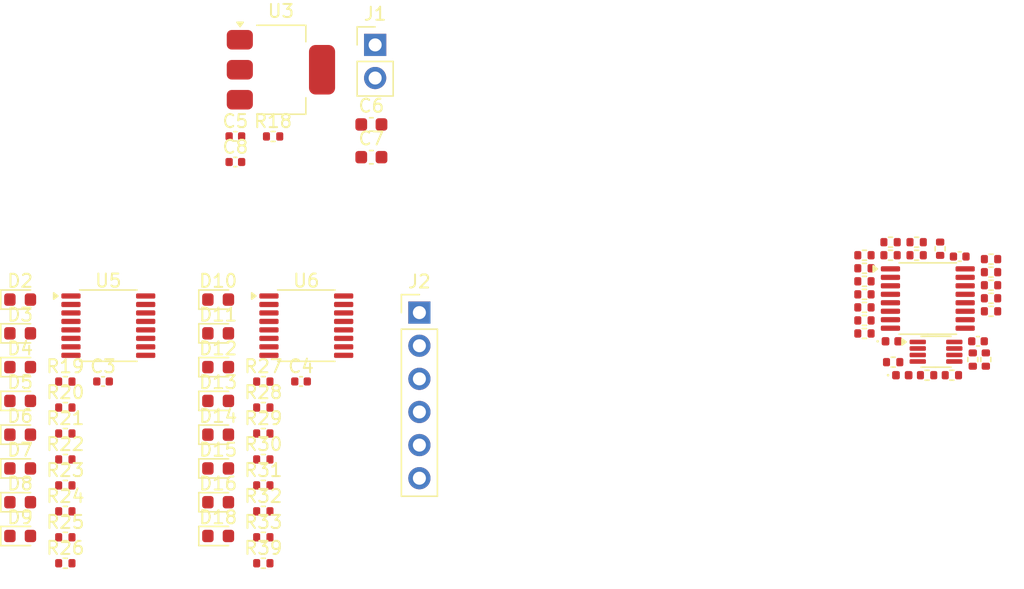
<source format=kicad_pcb>
(kicad_pcb (version 20241229) (generator "pcbnew") (generator_version "9.0")
  (layers (0 "F.Cu" signal) (2 "B.Cu" signal) (13 "F.Paste" user) (15 "B.Paste" user) (5 "F.SilkS" user "F.Silkscreen") (7 "B.SilkS" user "B.Silkscreen") (1 "F.Mask" user) (3 "B.Mask" user) (25 "Edge.Cuts" user))
  (net 0 "")
  (net 1 "GND")
  (net 2 "VCC")
  (net 3 "Net-(C6-Pad1)")
  (net 4 "/Power/VIN")
  (net 5 "W_X0_Y0_F")
  (net 6 "Net-(D1-K)")
  (net 7 "Net-(D2-A)")
  (net 8 "Net-(D3-A)")
  (net 9 "Net-(D4-A)")
  (net 10 "Net-(D5-A)")
  (net 11 "Net-(D6-A)")
  (net 12 "Net-(D7-A)")
  (net 13 "Net-(D8-A)")
  (net 14 "Net-(D9-A)")
  (net 15 "Net-(D10-A)")
  (net 16 "Net-(D11-A)")
  (net 17 "Net-(D12-A)")
  (net 18 "Net-(D13-A)")
  (net 19 "Net-(D14-A)")
  (net 20 "Net-(D15-A)")
  (net 21 "Net-(D16-A)")
  (net 22 "Net-(D17-K)")
  (net 23 "W_X0_Y0_Q")
  (net 24 "Net-(D18-A)")
  (net 25 "/IO_CLK")
  (net 27 "/IO_SHIFT_TO_OUTPUT")
  (net 28 "/Input Shift Register/CHAIN_IN")
  (net 29 "NRST")
  (net 30 "Net-(U1-I0)")
  (net 31 "Net-(U1-I1)")
  (net 32 "Net-(U1-I2)")
  (net 33 "Net-(U1-I3)")
  (net 34 "Net-(U1-I4)")
  (net 35 "Net-(U1-I5)")
  (net 36 "Net-(U1-I6)")
  (net 37 "Net-(U1-I7)")
  (net 38 "/CELL X0 Y0/~{CLR}")
  (net 39 "W_IO_O1")
  (net 40 "W_IO_O2")
  (net 41 "W_IO_O3")
  (net 42 "W_IO_O4")
  (net 43 "W_IO_O5")
  (net 44 "W_IO_O6")
  (net 45 "W_IO_O7")
  (net 46 "W_IO_O0")
  (net 47 "W_IO_O9")
  (net 48 "W_IO_O10")
  (net 49 "W_IO_O11")
  (net 50 "W_IO_O12")
  (net 51 "W_IO_O13")
  (net 52 "W_IO_O14")
  (net 53 "W_IO_O15")
  (net 54 "/CELL X0 Y0/~{PRE}")
  (net 55 "W_IO_O8")
  (net 56 "W_X0_Y0_I2")
  (net 58 "W_X0_Y0_I1")
  (net 59 "W_X0_Y0_I3")
  (net 60 "CLK")
  (net 62 "/Input Shift Register/CHAIN_OUT")
  (net 63 "/Input Shift Register1/CHAIN_OUT")
  (footprint "Capacitor_SMD:C_0603_1608Metric" (layer "F.Cu") (at 63.12 87.18)
    (property "Reference" "C7" (at 0 -1.43 0) (layer "F.SilkS"))
    (property "Value" "10u")
    (pad "1" smd roundrect (at -0.775 0) (size 0.9 0.95) (layers "F.Cu" "F.Mask" "F.Paste") (net 4 "/Power/VIN"))
    (pad "2" smd roundrect (at 0.775 0) (size 0.9 0.95) (layers "F.Cu" "F.Mask" "F.Paste") (net 1 "GND"))
  )
  (footprint "LED_SMD:LED_0603_1608Metric" (layer "F.Cu") (at 36.21 116.23)
    (property "Reference" "D9" (at 0 -1.43 0) (layer "F.SilkS"))
    (property "Value" "LED")
    (pad "1" smd roundrect (at -0.7875 0) (size 0.875 0.95) (layers "F.Cu" "F.Mask" "F.Paste") (net 1 "GND"))
    (pad "2" smd roundrect (at 0.7875 0) (size 0.875 0.95) (layers "F.Cu" "F.Mask" "F.Paste") (net 14 "Net-(D9-A)"))
  )
  (footprint "LED_SMD:LED_0603_1608Metric" (layer "F.Cu") (at 51.38 111.05)
    (property "Reference" "D15" (at 0 -1.43 0) (layer "F.SilkS"))
    (property "Value" "LED")
    (pad "1" smd roundrect (at -0.7875 0) (size 0.875 0.95) (layers "F.Cu" "F.Mask" "F.Paste") (net 1 "GND"))
    (pad "2" smd roundrect (at 0.7875 0) (size 0.875 0.95) (layers "F.Cu" "F.Mask" "F.Paste") (net 20 "Net-(D15-A)"))
  )
  (footprint "Package_SO:VSSOP-8_2.3x2mm_P0.5mm" (layer "F.Cu") (at 106.385 102.1)
    (property "Reference" "U2" (hide yes))
    (property "Value" "SN74LVC1G74")
    (pad "1" smd roundrect (at -1.4 -0.75) (size 1.25 0.35) (layers "F.Cu" "F.Mask" "F.Paste") (net 60 "CLK"))
    (pad "2" smd roundrect (at -1.4 -0.25) (size 1.25 0.35) (layers "F.Cu" "F.Mask" "F.Paste") (net 5 "W_X0_Y0_F"))
    (pad "3" smd roundrect (at -1.4 0.25) (size 1.25 0.35) (layers "F.Cu" "F.Mask" "F.Paste"))
    (pad "4" smd roundrect (at -1.4 0.75) (size 1.25 0.35) (layers "F.Cu" "F.Mask" "F.Paste") (net 1 "GND"))
    (pad "5" smd roundrect (at 1.4 0.75) (size 1.25 0.35) (layers "F.Cu" "F.Mask" "F.Paste") (net 23 "W_X0_Y0_Q"))
    (pad "6" smd roundrect (at 1.4 0.25) (size 1.25 0.35) (layers "F.Cu" "F.Mask" "F.Paste") (net 38 "/CELL X0 Y0/~{CLR}"))
    (pad "7" smd roundrect (at 1.4 -0.25) (size 1.25 0.35) (layers "F.Cu" "F.Mask" "F.Paste") (net 54 "/CELL X0 Y0/~{PRE}"))
    (pad "8" smd roundrect (at 1.4 -0.75) (size 1.25 0.35) (layers "F.Cu" "F.Mask" "F.Paste") (net 2 "VCC"))
  )
  (footprint "LED_SMD:LED_0603_1608Metric" (layer "F.Cu") (at 36.21 100.69)
    (property "Reference" "D3" (at 0 -1.43 0) (layer "F.SilkS"))
    (property "Value" "LED")
    (pad "1" smd roundrect (at -0.7875 0) (size 0.875 0.95) (layers "F.Cu" "F.Mask" "F.Paste") (net 1 "GND"))
    (pad "2" smd roundrect (at 0.7875 0) (size 0.875 0.95) (layers "F.Cu" "F.Mask" "F.Paste") (net 8 "Net-(D3-A)"))
  )
  (footprint "Package_SO:TSSOP-16_4.4x5mm_P0.65mm" (layer "F.Cu") (at 105.755 98.02)
    (property "Reference" "U1" (hide yes))
    (property "Value" "MC74HC151ADTR2G")
    (pad "1" smd roundrect (at -2.8625 -2.275) (size 1.475 0.4) (layers "F.Cu" "F.Mask" "F.Paste") (net 33 "Net-(U1-I3)"))
    (pad "2" smd roundrect (at -2.8625 -1.625) (size 1.475 0.4) (layers "F.Cu" "F.Mask" "F.Paste") (net 32 "Net-(U1-I2)"))
    (pad "3" smd roundrect (at -2.8625 -0.975) (size 1.475 0.4) (layers "F.Cu" "F.Mask" "F.Paste") (net 31 "Net-(U1-I1)"))
    (pad "4" smd roundrect (at -2.8625 -0.325) (size 1.475 0.4) (layers "F.Cu" "F.Mask" "F.Paste") (net 30 "Net-(U1-I0)"))
    (pad "5" smd roundrect (at -2.8625 0.325) (size 1.475 0.4) (layers "F.Cu" "F.Mask" "F.Paste") (net 5 "W_X0_Y0_F"))
    (pad "6" smd roundrect (at -2.8625 0.975) (size 1.475 0.4) (layers "F.Cu" "F.Mask" "F.Paste"))
    (pad "7" smd roundrect (at -2.8625 1.625) (size 1.475 0.4) (layers "F.Cu" "F.Mask" "F.Paste") (net 1 "GND"))
    (pad "8" smd roundrect (at -2.8625 2.275) (size 1.475 0.4) (layers "F.Cu" "F.Mask" "F.Paste") (net 1 "GND"))
    (pad "9" smd roundrect (at 2.8625 2.275) (size 1.475 0.4) (layers "F.Cu" "F.Mask" "F.Paste") (net 59 "W_X0_Y0_I3"))
    (pad "10" smd roundrect (at 2.8625 1.625) (size 1.475 0.4) (layers "F.Cu" "F.Mask" "F.Paste") (net 56 "W_X0_Y0_I2"))
    (pad "11" smd roundrect (at 2.8625 0.975) (size 1.475 0.4) (layers "F.Cu" "F.Mask" "F.Paste") (net 58 "W_X0_Y0_I1"))
    (pad "12" smd roundrect (at 2.8625 0.325) (size 1.475 0.4) (layers "F.Cu" "F.Mask" "F.Paste") (net 37 "Net-(U1-I7)"))
    (pad "13" smd roundrect (at 2.8625 -0.325) (size 1.475 0.4) (layers "F.Cu" "F.Mask" "F.Paste") (net 36 "Net-(U1-I6)"))
    (pad "14" smd roundrect (at 2.8625 -0.975) (size 1.475 0.4) (layers "F.Cu" "F.Mask" "F.Paste") (net 35 "Net-(U1-I5)"))
    (pad "15" smd roundrect (at 2.8625 -1.625) (size 1.475 0.4) (layers "F.Cu" "F.Mask" "F.Paste") (net 34 "Net-(U1-I4)"))
    (pad "16" smd roundrect (at 2.8625 -2.275) (size 1.475 0.4) (layers "F.Cu" "F.Mask" "F.Paste") (net 2 "VCC"))
  )
  (footprint "Resistor_SMD:R_0402_1005Metric" (layer "F.Cu") (at 54.84 118.32)
    (property "Reference" "R39" (at 0 -1.17 0) (layer "F.SilkS"))
    (property "Value" "10k")
    (pad "1" smd roundrect (at -0.51 0) (size 0.54 0.64) (layers "F.Cu" "F.Mask" "F.Paste") (net 55 "W_IO_O8"))
    (pad "2" smd roundrect (at 0.51 0) (size 0.54 0.64) (layers "F.Cu" "F.Mask" "F.Paste") (net 24 "Net-(D18-A)"))
  )
  (footprint "Resistor_SMD:R_0402_1005Metric" (layer "F.Cu") (at 39.67 110.36)
    (property "Reference" "R22" (at 0 -1.17 0) (layer "F.SilkS"))
    (property "Value" "10k")
    (pad "1" smd roundrect (at -0.51 0) (size 0.54 0.64) (layers "F.Cu" "F.Mask" "F.Paste") (net 42 "W_IO_O4"))
    (pad "2" smd roundrect (at 0.51 0) (size 0.54 0.64) (layers "F.Cu" "F.Mask" "F.Paste") (net 10 "Net-(D5-A)"))
  )
  (footprint "Capacitor_SMD:C_0402_1005Metric" (layer "F.Cu") (at 109.6 101.3)
    (property "Reference" "C2" (hide yes))
    (property "Value" "100n")
    (pad "1" smd roundrect (at -0.48 0) (size 0.56 0.62) (layers "F.Cu" "F.Mask" "F.Paste") (net 2 "VCC"))
    (pad "2" smd roundrect (at 0.48 0) (size 0.56 0.62) (layers "F.Cu" "F.Mask" "F.Paste") (net 1 "GND"))
  )
  (footprint "LED_SMD:LED_0603_1608Metric" (layer "F.Cu") (at 51.38 98.1)
    (property "Reference" "D10" (at 0 -1.43 0) (layer "F.SilkS"))
    (property "Value" "LED")
    (pad "1" smd roundrect (at -0.7875 0) (size 0.875 0.95) (layers "F.Cu" "F.Mask" "F.Paste") (net 1 "GND"))
    (pad "2" smd roundrect (at 0.7875 0) (size 0.875 0.95) (layers "F.Cu" "F.Mask" "F.Paste") (net 15 "Net-(D10-A)"))
  )
  (footprint "LED_SMD:LED_0603_1608Metric" (layer "F.Cu") (at 36.21 111.05)
    (property "Reference" "D7" (at 0 -1.43 0) (layer "F.SilkS"))
    (property "Value" "LED")
    (pad "1" smd roundrect (at -0.7875 0) (size 0.875 0.95) (layers "F.Cu" "F.Mask" "F.Paste") (net 1 "GND"))
    (pad "2" smd roundrect (at 0.7875 0) (size 0.875 0.95) (layers "F.Cu" "F.Mask" "F.Paste") (net 12 "Net-(D7-A)"))
  )
  (footprint "Resistor_SMD:R_0402_1005Metric" (layer "F.Cu") (at 107.6 103.9 180)
    (property "Reference" "R35" (hide yes))
    (property "Value" "0")
    (pad "1" smd roundrect (at -0.51 0 180) (size 0.54 0.64) (layers "F.Cu" "F.Mask" "F.Paste") (net 29 "NRST"))
    (pad "2" smd roundrect (at 0.51 0 180) (size 0.54 0.64) (layers "F.Cu" "F.Mask" "F.Paste") (net 38 "/CELL X0 Y0/~{CLR}"))
  )
  (footprint "Connector_PinHeader_2.54mm:PinHeader_1x02_P2.54mm_Vertical" (layer "F.Cu") (at 63.41 78.57)
    (property "Reference" "J1" (at 0 -2.38 0) (layer "F.SilkS"))
    (property "Value" "Conn_01x02_Pin")
    (pad "1" thru_hole rect (at 0 0) (size 1.7 1.7) (drill 1) (layers "*.Cu" "*.Mask") (net 4 "/Power/VIN"))
    (pad "2" thru_hole circle (at 0 2.54) (size 1.7 1.7) (drill 1) (layers "*.Cu" "*.Mask") (net 1 "GND"))
  )
  (footprint "Resistor_SMD:R_0402_1005Metric" (layer "F.Cu") (at 54.84 116.33)
    (property "Reference" "R33" (at 0 -1.17 0) (layer "F.SilkS"))
    (property "Value" "10k")
    (pad "1" smd roundrect (at -0.51 0) (size 0.54 0.64) (layers "F.Cu" "F.Mask" "F.Paste") (net 53 "W_IO_O15"))
    (pad "2" smd roundrect (at 0.51 0) (size 0.54 0.64) (layers "F.Cu" "F.Mask" "F.Paste") (net 21 "Net-(D16-A)"))
  )
  (footprint "Capacitor_SMD:C_0402_1005Metric" (layer "F.Cu") (at 42.56 104.38)
    (property "Reference" "C3" (at 0 -1.16 0) (layer "F.SilkS"))
    (property "Value" "100n")
    (pad "1" smd roundrect (at -0.48 0) (size 0.56 0.62) (layers "F.Cu" "F.Mask" "F.Paste") (net 2 "VCC"))
    (pad "2" smd roundrect (at 0.48 0) (size 0.56 0.62) (layers "F.Cu" "F.Mask" "F.Paste") (net 1 "GND"))
  )
  (footprint "Capacitor_SMD:C_0402_1005Metric" (layer "F.Cu") (at 52.7 85.58)
    (property "Reference" "C5" (at 0 -1.16 0) (layer "F.SilkS"))
    (property "Value" "100n")
    (pad "1" smd roundrect (at -0.48 0) (size 0.56 0.62) (layers "F.Cu" "F.Mask" "F.Paste") (net 2 "VCC"))
    (pad "2" smd roundrect (at 0.48 0) (size 0.56 0.62) (layers "F.Cu" "F.Mask" "F.Paste") (net 1 "GND"))
  )
  (footprint "LED_SMD:LED_0603_1608Metric" (layer "F.Cu") (at 36.21 98.1)
    (property "Reference" "D2" (at 0 -1.43 0) (layer "F.SilkS"))
    (property "Value" "LED")
    (pad "1" smd roundrect (at -0.7875 0) (size 0.875 0.95) (layers "F.Cu" "F.Mask" "F.Paste") (net 1 "GND"))
    (pad "2" smd roundrect (at 0.7875 0) (size 0.875 0.95) (layers "F.Cu" "F.Mask" "F.Paste") (net 7 "Net-(D2-A)"))
  )
  (footprint "LED_SMD:LED_0603_1608Metric" (layer "F.Cu") (at 51.38 105.87)
    (property "Reference" "D13" (at 0 -1.43 0) (layer "F.SilkS"))
    (property "Value" "LED")
    (pad "1" smd roundrect (at -0.7875 0) (size 0.875 0.95) (layers "F.Cu" "F.Mask" "F.Paste") (net 1 "GND"))
    (pad "2" smd roundrect (at 0.7875 0) (size 0.875 0.95) (layers "F.Cu" "F.Mask" "F.Paste") (net 18 "Net-(D13-A)"))
  )
  (footprint "Resistor_SMD:R_0402_1005Metric" (layer "F.Cu") (at 55.59 85.59)
    (property "Reference" "R18" (at 0 -1.17 0) (layer "F.SilkS"))
    (property "Value" "1")
    (pad "1" smd roundrect (at -0.51 0) (size 0.54 0.64) (layers "F.Cu" "F.Mask" "F.Paste") (net 3 "Net-(C6-Pad1)"))
    (pad "2" smd roundrect (at 0.51 0) (size 0.54 0.64) (layers "F.Cu" "F.Mask" "F.Paste") (net 2 "VCC"))
  )
  (footprint "Resistor_SMD:R_0402_1005Metric" (layer "F.Cu") (at 100.9 100.7)
    (property "Reference" "R37" (hide yes))
    (property "Value" "100k")
    (pad "1" smd roundrect (at -0.51 0) (size 0.54 0.64) (layers "F.Cu" "F.Mask" "F.Paste") (net 1 "GND"))
    (pad "2" smd roundrect (at 0.51 0) (size 0.54 0.64) (layers "F.Cu" "F.Mask" "F.Paste") (net 6 "Net-(D1-K)"))
  )
  (footprint "Resistor_SMD:R_0402_1005Metric" (layer "F.Cu") (at 105.7 103.9 180)
    (property "Reference" "R17" (hide yes))
    (property "Value" "10k")
    (pad "1" smd roundrect (at -0.51 0 180) (size 0.54 0.64) (layers "F.Cu" "F.Mask" "F.Paste") (net 38 "/CELL X0 Y0/~{CLR}"))
    (pad "2" smd roundrect (at 0.51 0 180) (size 0.54 0.64) (layers "F.Cu" "F.Mask" "F.Paste") (net 2 "VCC"))
  )
  (footprint "Resistor_SMD:R_0402_1005Metric" (layer "F.Cu") (at 102.9 93.7)
    (property "Reference" "R5" (hide yes))
    (property "Value" "1k")
    (pad "1" smd roundrect (at -0.51 0) (size 0.54 0.64) (layers "F.Cu" "F.Mask" "F.Paste") (net 2 "VCC"))
    (pad "2" smd roundrect (at 0.51 0) (size 0.54 0.64) (layers "F.Cu" "F.Mask" "F.Paste") (net 32 "Net-(U1-I2)"))
  )
  (footprint "Resistor_SMD:R_0402_1005Metric" (layer "F.Cu") (at 109.2 102.7 -90)
    (property "Reference" "R34" (hide yes))
    (property "Value" "10k")
    (pad "1" smd roundrect (at -0.51 0 270) (size 0.54 0.64) (layers "F.Cu" "F.Mask" "F.Paste") (net 54 "/CELL X0 Y0/~{PRE}"))
    (pad "2" smd roundrect (at 0.51 0 270) (size 0.54 0.64) (layers "F.Cu" "F.Mask" "F.Paste") (net 2 "VCC"))
  )
  (footprint "Capacitor_SMD:C_0402_1005Metric" (layer "F.Cu") (at 108.2 94.8 180)
    (property "Reference" "C1" (hide yes))
    (property "Value" "100n")
    (pad "1" smd roundrect (at -0.48 0 180) (size 0.56 0.62) (layers "F.Cu" "F.Mask" "F.Paste") (net 2 "VCC"))
    (pad "2" smd roundrect (at 0.48 0 180) (size 0.56 0.62) (layers "F.Cu" "F.Mask" "F.Paste") (net 1 "GND"))
  )
  (footprint "Resistor_SMD:R_0402_1005Metric" (layer "F.Cu") (at 100.9 99.7)
    (property "Reference" "R1" (hide yes))
    (property "Value" "1k")
    (pad "1" smd roundrect (at -0.51 0) (size 0.54 0.64) (layers "F.Cu" "F.Mask" "F.Paste") (net 1 "GND"))
    (pad "2" smd roundrect (at 0.51 0) (size 0.54 0.64) (layers "F.Cu" "F.Mask" "F.Paste") (net 30 "Net-(U1-I0)"))
  )
  (footprint "LED_SMD:LED_0603_1608Metric" (layer "F.Cu") (at 36.21 113.64)
    (property "Reference" "D8" (at 0 -1.43 0) (layer "F.SilkS"))
    (property "Value" "LED")
    (pad "1" smd roundrect (at -0.7875 0) (size 0.875 0.95) (layers "F.Cu" "F.Mask" "F.Paste") (net 1 "GND"))
    (pad "2" smd roundrect (at 0.7875 0) (size 0.875 0.95) (layers "F.Cu" "F.Mask" "F.Paste") (net 13 "Net-(D8-A)"))
  )
  (footprint "Resistor_SMD:R_0402_1005Metric" (layer "F.Cu") (at 54.84 114.34)
    (property "Reference" "R32" (at 0 -1.17 0) (layer "F.SilkS"))
    (property "Value" "10k")
    (pad "1" smd roundrect (at -0.51 0) (size 0.54 0.64) (layers "F.Cu" "F.Mask" "F.Paste") (net 52 "W_IO_O14"))
    (pad "2" smd roundrect (at 0.51 0) (size 0.54 0.64) (layers "F.Cu" "F.Mask" "F.Paste") (net 20 "Net-(D15-A)"))
  )
  (footprint "Package_TO_SOT_SMD:SOT-223-3_TabPin2" (layer "F.Cu") (at 56.19 80.475)
    (property "Reference" "U3" (at 0 -4.5 0) (layer "F.SilkS"))
    (property "Value" "AMS1117-3.3")
    (pad "1" smd roundrect (at -3.15 -2.3) (size 2 1.5) (layers "F.Cu" "F.Mask" "F.Paste") (net 1 "GND"))
    (pad "2" smd roundrect (at -3.15 0) (size 2 1.5) (layers "F.Cu" "F.Mask" "F.Paste") (net 2 "VCC"))
    (pad "2" smd roundrect (at 3.15 0) (size 2 3.8) (layers "F.Cu" "F.Mask" "F.Paste") (net 2 "VCC"))
    (pad "3" smd roundrect (at -3.15 2.3) (size 2 1.5) (layers "F.Cu" "F.Mask" "F.Paste") (net 4 "/Power/VIN"))
  )
  (footprint "Resistor_SMD:R_0402_1005Metric" (layer "F.Cu") (at 106.7 94.2 -90)
    (property "Reference" "R10" (hide yes))
    (property "Value" "1k")
    (pad "1" smd roundrect (at -0.51 0 270) (size 0.54 0.64) (layers "F.Cu" "F.Mask" "F.Paste") (net 1 "GND"))
    (pad "2" smd roundrect (at 0.51 0 270) (size 0.54 0.64) (layers "F.Cu" "F.Mask" "F.Paste") (net 34 "Net-(U1-I4)"))
  )
  (footprint "LED_SMD:LED_0603_1608Metric" (layer "F.Cu") (at 36.21 105.87)
    (property "Reference" "D5" (at 0 -1.43 0) (layer "F.SilkS"))
    (property "Value" "LED")
    (pad "1" smd roundrect (at -0.7875 0) (size 0.875 0.95) (layers "F.Cu" "F.Mask" "F.Paste") (net 1 "GND"))
    (pad "2" smd roundrect (at 0.7875 0) (size 0.875 0.95) (layers "F.Cu" "F.Mask" "F.Paste") (net 10 "Net-(D5-A)"))
  )
  (footprint "Resistor_SMD:R_0402_1005Metric" (layer "F.Cu") (at 100.9 94.7)
    (property "Reference" "R8" (hide yes))
    (property "Value" "1k")
    (pad "1" smd roundrect (at -0.51 0) (size 0.54 0.64) (layers "F.Cu" "F.Mask" "F.Paste") (net 1 "GND"))
    (pad "2" smd roundrect (at 0.51 0) (size 0.54 0.64) (layers "F.Cu" "F.Mask" "F.Paste") (net 33 "Net-(U1-I3)"))
  )
  (footprint "Resistor_SMD:R_0402_1005Metric" (layer "F.Cu") (at 104.9 93.7)
    (property "Reference" "R12" (hide yes))
    (property "Value" "1k")
    (pad "1" smd roundrect (at -0.51 0) (size 0.54 0.64) (layers "F.Cu" "F.Mask" "F.Paste") (net 1 "GND"))
    (pad "2" smd roundrect (at 0.51 0) (size 0.54 0.64) (layers "F.Cu" "F.Mask" "F.Paste") (net 35 "Net-(U1-I5)"))
  )
  (footprint "LED_SMD:LED_0402_1005Metric" (layer "F.Cu") (at 103 101.3)
    (property "Reference" "D1" (hide yes))
    (property "Value" "LED")
    (pad "1" smd roundrect (at -0.485 0) (size 0.59 0.64) (layers "F.Cu" "F.Mask" "F.Paste") (net 6 "Net-(D1-K)"))
    (pad "2" smd roundrect (at 0.485 0) (size 0.59 0.64) (layers "F.Cu" "F.Mask" "F.Paste") (net 5 "W_X0_Y0_F"))
  )
  (footprint "LED_SMD:LED_0603_1608Metric" (layer "F.Cu") (at 51.38 108.46)
    (property "Reference" "D14" (at 0 -1.43 0) (layer "F.SilkS"))
    (property "Value" "LED")
    (pad "1" smd roundrect (at -0.7875 0) (size 0.875 0.95) (layers "F.Cu" "F.Mask" "F.Paste") (net 1 "GND"))
    (pad "2" smd roundrect (at 0.7875 0) (size 0.875 0.95) (layers "F.Cu" "F.Mask" "F.Paste") (net 19 "Net-(D14-A)"))
  )
  (footprint "Resistor_SMD:R_0402_1005Metric" (layer "F.Cu") (at 100.9 95.7)
    (property "Reference" "R7" (hide yes))
    (property "Value" "1k")
    (pad "1" smd roundrect (at -0.51 0) (size 0.54 0.64) (layers "F.Cu" "F.Mask" "F.Paste") (net 2 "VCC"))
    (pad "2" smd roundrect (at 0.51 0) (size 0.54 0.64) (layers "F.Cu" "F.Mask" "F.Paste") (net 33 "Net-(U1-I3)"))
  )
  (footprint "Capacitor_SMD:C_0402_1005Metric" (layer "F.Cu") (at 52.7 87.55)
    (property "Reference" "C8" (at 0 -1.16 0) (layer "F.SilkS"))
    (property "Value" "100n")
    (pad "1" smd roundrect (at -0.48 0) (size 0.56 0.62) (layers "F.Cu" "F.Mask" "F.Paste") (net 4 "/Power/VIN"))
    (pad "2" smd roundrect (at 0.48 0) (size 0.56 0.62) (layers "F.Cu" "F.Mask" "F.Paste") (net 1 "GND"))
  )
  (footprint "LED_SMD:LED_0603_1608Metric" (layer "F.Cu") (at 51.38 100.69)
    (property "Reference" "D11" (at 0 -1.43 0) (layer "F.SilkS"))
    (property "Value" "LED")
    (pad "1" smd roundrect (at -0.7875 0) (size 0.875 0.95) (layers "F.Cu" "F.Mask" "F.Paste") (net 1 "GND"))
    (pad "2" smd roundrect (at 0.7875 0) (size 0.875 0.95) (layers "F.Cu" "F.Mask" "F.Paste") (net 16 "Net-(D11-A)"))
  )
  (footprint "Resistor_SMD:R_0402_1005Metric" (layer "F.Cu") (at 54.84 106.38)
    (property "Reference" "R28" (at 0 -1.17 0) (layer "F.SilkS"))
    (property "Value" "10k")
    (pad "1" smd roundrect (at -0.51 0) (size 0.54 0.64) (layers "F.Cu" "F.Mask" "F.Paste") (net 48 "W_IO_O10"))
    (pad "2" smd roundrect (at 0.51 0) (size 0.54 0.64) (layers "F.Cu" "F.Mask" "F.Paste") (net 16 "Net-(D11-A)"))
  )
  (footprint "Resistor_SMD:R_0402_1005Metric" (layer "F.Cu") (at 110.6 99 180)
    (property "Reference" "R16" (hide yes))
    (property "Value" "1k")
    (pad "1" smd roundrect (at -0.51 0 180) (size 0.54 0.64) (layers "F.Cu" "F.Mask" "F.Paste") (net 1 "GND"))
    (pad "2" smd roundrect (at 0.51 0 180) (size 0.54 0.64) (layers "F.Cu" "F.Mask" "F.Paste") (net 37 "Net-(U1-I7)"))
  )
  (footprint "Resistor_SMD:R_0402_1005Metric" (layer "F.Cu") (at 110.6 97 180)
    (property "Reference" "R13" (hide yes))
    (property "Value" "1k")
    (pad "1" smd roundrect (at -0.51 0 180) (size 0.54 0.64) (layers "F.Cu" "F.Mask" "F.Paste") (net 2 "VCC"))
    (pad "2" smd roundrect (at 0.51 0 180) (size 0.54 0.64) (layers "F.Cu" "F.Mask" "F.Paste") (net 36 "Net-(U1-I6)"))
  )
  (footprint "Resistor_SMD:R_0402_1005Metric" (layer "F.Cu") (at 54.84 110.36)
    (property "Reference" "R30" (at 0 -1.17 0) (layer "F.SilkS"))
    (property "Value" "10k")
    (pad "1" smd roundrect (at -0.51 0) (size 0.54 0.64) (layers "F.Cu" "F.Mask" "F.Paste") (net 50 "W_IO_O12"))
    (pad "2" smd roundrect (at 0.51 0) (size 0.54 0.64) (layers "F.Cu" "F.Mask" "F.Paste") (net 18 "Net-(D13-A)"))
  )
  (footprint "Resistor_SMD:R_0402_1005Metric" (layer "F.Cu") (at 110.6 95 180)
    (property "Reference" "R9" (hide yes))
    (property "Value" "1k")
    (pad "1" smd roundrect (at -0.51 0 180) (size 0.54 0.64) (layers "F.Cu" "F.Mask" "F.Paste") (net 2 "VCC"))
    (pad "2" smd roundrect (at 0.51 0 180) (size 0.54 0.64) (layers "F.Cu" "F.Mask" "F.Paste") (net 34 "Net-(U1-I4)"))
  )
  (footprint "LED_SMD:LED_0603_1608Metric" (layer "F.Cu") (at 51.38 113.64)
    (property "Reference" "D16" (at 0 -1.43 0) (layer "F.SilkS"))
    (property "Value" "LED")
    (pad "1" smd roundrect (at -0.7875 0) (size 0.875 0.95) (layers "F.Cu" "F.Mask" "F.Paste") (net 1 "GND"))
    (pad "2" smd roundrect (at 0.7875 0) (size 0.875 0.95) (layers "F.Cu" "F.Mask" "F.Paste") (net 21 "Net-(D16-A)"))
  )
  (footprint "Resistor_SMD:R_0402_1005Metric" (layer "F.Cu") (at 39.67 106.38)
    (property "Reference" "R20" (at 0 -1.17 0) (layer "F.SilkS"))
    (property "Value" "10k")
    (pad "1" smd roundrect (at -0.51 0) (size 0.54 0.64) (layers "F.Cu" "F.Mask" "F.Paste") (net 40 "W_IO_O2"))
    (pad "2" smd roundrect (at 0.51 0) (size 0.54 0.64) (layers "F.Cu" "F.Mask" "F.Paste") (net 8 "Net-(D3-A)"))
  )
  (footprint "Connector_PinHeader_2.54mm:PinHeader_1x06_P2.54mm_Vertical" (layer "F.Cu") (at 66.8 99.1)
    (property "Reference" "J2" (at 0 -2.38 0) (layer "F.SilkS"))
    (property "Value" "Conn_01x06_Pin")
    (pad "1" thru_hole rect (at 0 0) (size 1.7 1.7) (drill 1) (layers "*.Cu" "*.Mask") (net 28 "/Input Shift Register/CHAIN_IN"))
    (pad "2" thru_hole circle (at 0 2.54) (size 1.7 1.7) (drill 1) (layers "*.Cu" "*.Mask") (net 25 "/IO_CLK"))
    (pad "3" thru_hole circle (at 0 5.08) (size 1.7 1.7) (drill 1) (layers "*.Cu" "*.Mask") (net 27 "/IO_SHIFT_TO_OUTPUT"))
    (pad "4" thru_hole circle (at 0 7.62) (size 1.7 1.7) (drill 1) (layers "*.Cu" "*.Mask") (net 29 "NRST"))
    (pad "5" thru_hole circle (at 0 10.16) (size 1.7 1.7) (drill 1) (layers "*.Cu" "*.Mask"))
    (pad "6" thru_hole circle (at 0 12.7) (size 1.7 1.7) (drill 1) (layers "*.Cu" "*.Mask") (net 1 "GND"))
  )
  (footprint "Resistor_SMD:R_0402_1005Metric" (layer "F.Cu") (at 39.67 116.33)
    (property "Reference" "R25" (at 0 -1.17 0) (layer "F.SilkS"))
    (property "Value" "10k")
    (pad "1" smd roundrect (at -0.51 0) (size 0.54 0.64) (layers "F.Cu" "F.Mask" "F.Paste") (net 45 "W_IO_O7"))
    (pad "2" smd roundrect (at 0.51 0) (size 0.54 0.64) (layers "F.Cu" "F.Mask" "F.Paste") (net 13 "Net-(D8-A)"))
  )
  (footprint "LED_SMD:LED_0603_1608Metric" (layer "F.Cu") (at 51.38 103.28)
    (property "Reference" "D12" (at 0 -1.43 0) (layer "F.SilkS"))
    (property "Value" "LED")
    (pad "1" smd roundrect (at -0.7875 0) (size 0.875 0.95) (layers "F.Cu" "F.Mask" "F.Paste") (net 1 "GND"))
    (pad "2" smd roundrect (at 0.7875 0) (size 0.875 0.95) (layers "F.Cu" "F.Mask" "F.Paste") (net 17 "Net-(D12-A)"))
  )
  (footprint "Resistor_SMD:R_0402_1005Metric" (layer "F.Cu") (at 110.6 96 180)
    (property "Reference" "R11" (hide yes))
    (property "Value" "1k")
    (pad "1" smd roundrect (at -0.51 0 180) (size 0.54 0.64) (layers "F.Cu" "F.Mask" "F.Paste") (net 2 "VCC"))
    (pad "2" smd roundrect (at 0.51 0 180) (size 0.54 0.64) (layers "F.Cu" "F.Mask" "F.Paste") (net 35 "Net-(U1-I5)"))
  )
  (footprint "Resistor_SMD:R_0402_1005Metric" (layer "F.Cu") (at 100.9 98.7)
    (property "Reference" "R3" (hide yes))
    (property "Value" "1k")
    (pad "1" smd roundrect (at -0.51 0) (size 0.54 0.64) (layers "F.Cu" "F.Mask" "F.Paste") (net 2 "VCC"))
    (pad "2" smd roundrect (at 0.51 0) (size 0.54 0.64) (layers "F.Cu" "F.Mask" "F.Paste") (net 30 "Net-(U1-I0)"))
  )
  (footprint "LED_SMD:LED_0402_1005Metric" (layer "F.Cu") (at 103.8 103.9)
    (property "Reference" "D17" (hide yes))
    (property "Value" "LED")
    (pad "1" smd roundrect (at -0.485 0) (size 0.59 0.64) (layers "F.Cu" "F.Mask" "F.Paste") (net 22 "Net-(D17-K)"))
    (pad "2" smd roundrect (at 0.485 0) (size 0.59 0.64) (layers "F.Cu" "F.Mask" "F.Paste") (net 23 "W_X0_Y0_Q"))
  )
  (footprint "Resistor_SMD:R_0402_1005Metric" (layer "F.Cu") (at 102.9 94.7)
    (property "Reference" "R6" (hide yes))
    (property "Value" "1k")
    (pad "1" smd roundrect (at -0.51 0) (size 0.54 0.64) (layers "F.Cu" "F.Mask" "F.Paste") (net 1 "GND"))
    (pad "2" smd roundrect (at 0.51 0) (size 0.54 0.64) (layers "F.Cu" "F.Mask" "F.Paste") (net 32 "Net-(U1-I2)"))
  )
  (footprint "LED_SMD:LED_0603_1608Metric" (layer "F.Cu") (at 51.38 116.23)
    (property "Reference" "D18" (at 0 -1.43 0) (layer "F.SilkS"))
    (property "Value" "LED")
    (pad "1" smd roundrect (at -0.7875 0) (size 0.875 0.95) (layers "F.Cu" "F.Mask" "F.Paste") (net 1 "GND"))
    (pad "2" smd roundrect (at 0.7875 0) (size 0.875 0.95) (layers "F.Cu" "F.Mask" "F.Paste") (net 24 "Net-(D18-A)"))
  )
  (footprint "Resistor_SMD:R_0402_1005Metric" (layer "F.Cu") (at 110.6 98 180)
    (property "Reference" "R15" (hide yes))
    (property "Value" "1k")
    (pad "1" smd roundrect (at -0.51 0 180) (size 0.54 0.64) (layers "F.Cu" "F.Mask" "F.Paste") (net 2 "VCC"))
    (pad "2" smd roundrect (at 0.51 0 180) (size 0.54 0.64) (layers "F.Cu" "F.Mask" "F.Paste") (net 37 "Net-(U1-I7)"))
  )
  (footprint "Package_SO:TSSOP-16_4.4x5mm_P0.65mm" (layer "F.Cu") (at 58.135 100.1)
    (property "Reference" "U6" (at 0 -3.45 0) (layer "F.SilkS"))
    (property "Value" "SN74HC595PWR")
    (pad "1" smd roundrect (at -2.8625 -2.275) (size 1.475 0.4) (layers "F.Cu" "F.Mask" "F.Paste") (net 47 "W_IO_O9"))
    (pad "2" smd roundrect (at -2.8625 -1.625) (size 1.475 0.4) (layers "F.Cu" "F.Mask" "F.Paste") (net 48 "W_IO_O10"))
    (pad "3" smd roundrect (at -2.8625 -0.975) (size 1.475 0.4) (layers "F.Cu" "F.Mask" "F.Paste") (net 49 "W_IO_O11"))
    (pad "4" smd roundrect (at -2.8625 -0.325) (size 1.475 0.4) (layers "F.Cu" "F.Mask" "F.Paste") (net 50 "W_IO_O12"))
    (pad "5" smd roundrect (at -2.8625 0.325) (size 1.475 0.4) (layers "F.Cu" "F.Mask" "F.Paste") (net 51 "W_IO_O13"))
    (pad "6" smd roundrect (at -2.8625 0.975) (size 1.475 0.4) (layers "F.Cu" "F.Mask" "F.Paste") (net 52 "W_IO_O14"))
    (pad "7" smd roundrect (at -2.8625 1.625) (size 1.475 0.4) (layers "F.Cu" "F.Mask" "F.Paste") (net 53 "W_IO_O15"))
    (pad "8" smd roundrect (at -2.8625 2.275) (size 1.475 0.4) (layers "F.Cu" "F.Mask" "F.Paste") (net 1 "GND"))
    (pad "9" smd roundrect (at 2.8625 2.275) (size 1.475 0.4) (layers "F.Cu" "F.Mask" "F.Paste") (net 63 "/Input Shift Register1/CHAIN_OUT"))
    (pad "10" smd roundrect (at 2.8625 1.625) (size 1.475 0.4) (layers "F.Cu" "F.Mask" "F.Paste") (net 2 "VCC"))
    (pad "11" smd roundrect (at 2.8625 0.975) (size 1.475 0.4) (layers "F.Cu" "F.Mask" "F.Paste") (net 25 "/IO_CLK"))
    (pad "12" smd roundrect (at 2.8625 0.325) (size 1.475 0.4) (layers "F.Cu" "F.Mask" "F.Paste") (net 27 "/IO_SHIFT_TO_OUTPUT"))
    (pad "13" smd roundrect (at 2.8625 -0.325) (size 1.475 0.4) (layers "F.Cu" "F.Mask" "F.Paste") (net 1 "GND"))
    (pad "14" smd roundrect (at 2.8625 -0.975) (size 1.475 0.4) (layers "F.Cu" "F.Mask" "F.Paste") (net 62 "/Input Shift Register/CHAIN_OUT"))
    (pad "15" smd roundrect (at 2.8625 -1.625) (size 1.475 0.4) (layers "F.Cu" "F.Mask" "F.Paste") (net 55 "W_IO_O8"))
    (pad "16" smd roundrect (at 2.8625 -2.275) (size 1.475 0.4) (layers "F.Cu" "F.Mask" "F.Paste") (net 2 "VCC"))
  )
  (footprint "Resistor_SMD:R_0402_1005Metric" (layer "F.Cu") (at 100.9 96.7)
    (property "Reference" "R4" (hide yes))
    (property "Value" "1k")
    (pad "1" smd roundrect (at -0.51 0) (size 0.54 0.64) (layers "F.Cu" "F.Mask" "F.Paste") (net 1 "GND"))
    (pad "2" smd roundrect (at 0.51 0) (size 0.54 0.64) (layers "F.Cu" "F.Mask" "F.Paste") (net 31 "Net-(U1-I1)"))
  )
  (footprint "Resistor_SMD:R_0402_1005Metric" (layer "F.Cu") (at 39.67 118.32)
    (property "Reference" "R26" (at 0 -1.17 0) (layer "F.SilkS"))
    (property "Value" "10k")
    (pad "1" smd roundrect (at -0.51 0) (size 0.54 0.64) (layers "F.Cu" "F.Mask" "F.Paste") (net 46 "W_IO_O0"))
    (pad "2" smd roundrect (at 0.51 0) (size 0.54 0.64) (layers "F.Cu" "F.Mask" "F.Paste") (net 14 "Net-(D9-A)"))
  )
  (footprint "Capacitor_SMD:C_0603_1608Metric" (layer "F.Cu") (at 63.12 84.67)
    (property "Reference" "C6" (at 0 -1.43 0) (layer "F.SilkS"))
    (property "Value" "10u")
    (pad "1" smd roundrect (at -0.775 0) (size 0.9 0.95) (layers "F.Cu" "F.Mask" "F.Paste") (net 3 "Net-(C6-Pad1)"))
    (pad "2" smd roundrect (at 0.775 0) (size 0.9 0.95) (layers "F.Cu" "F.Mask" "F.Paste") (net 1 "GND"))
  )
  (footprint "LED_SMD:LED_0603_1608Metric" (layer "F.Cu") (at 36.21 103.28)
    (property "Reference" "D4" (at 0 -1.43 0) (layer "F.SilkS"))
    (property "Value" "LED")
    (pad "1" smd roundrect (at -0.7875 0) (size 0.875 0.95) (layers "F.Cu" "F.Mask" "F.Paste") (net 1 "GND"))
    (pad "2" smd roundrect (at 0.7875 0) (size 0.875 0.95) (layers "F.Cu" "F.Mask" "F.Paste") (net 9 "Net-(D4-A)"))
  )
  (footprint "Resistor_SMD:R_0402_1005Metric" (layer "F.Cu") (at 54.84 112.35)
    (property "Reference" "R31" (at 0 -1.17 0) (layer "F.SilkS"))
    (property "Value" "10k")
    (pad "1" smd roundrect (at -0.51 0) (size 0.54 0.64) (layers "F.Cu" "F.Mask" "F.Paste") (net 51 "W_IO_O13"))
    (pad "2" smd roundrect (at 0.51 0) (size 0.54 0.64) (layers "F.Cu" "F.Mask" "F.Paste") (net 19 "Net-(D14-A)"))
  )
  (footprint "Resistor_SMD:R_0402_1005Metric" (layer "F.Cu") (at 39.67 114.34)
    (property "Reference" "R24" (at 0 -1.17 0) (layer "F.SilkS"))
    (property "Value" "10k")
    (pad "1" smd roundrect (at -0.51 0) (size 0.54 0.64) (layers "F.Cu" "F.Mask" "F.Paste") (net 44 "W_IO_O6"))
    (pad "2" smd roundrect (at 0.51 0) (size 0.54 0.64) (layers "F.Cu" "F.Mask" "F.Paste") (net 12 "Net-(D7-A)"))
  )
  (footprint "Package_SO:TSSOP-16_4.4x5mm_P0.65mm" (layer "F.Cu") (at 42.965 100.1)
    (property "Reference" "U5" (at 0 -3.45 0) (layer "F.SilkS"))
    (property "Value" "SN74HC595PWR")
    (pad "1" smd roundrect (at -2.8625 -2.275) (size 1.475 0.4) (layers "F.Cu" "F.Mask" "F.Paste") (net 39 "W_IO_O1"))
    (pad "2" smd roundrect (at -2.8625 -1.625) (size 1.475 0.4) (layers "F.Cu" "F.Mask" "F.Paste") (net 40 "W_IO_O2"))
    (pad "3" smd roundrect (at -2.8625 -0.975) (size 1.475 0.4) (layers "F.Cu" "F.Mask" "F.Paste") (net 41 "W_IO_O3"))
    (pad "4" smd roundrect (at -2.8625 -0.325) (size 1.475 0.4) (layers "F.Cu" "F.Mask" "F.Paste") (net 42 "W_IO_O4"))
    (pad "5" smd roundrect (at -2.8625 0.325) (size 1.475 0.4) (layers "F.Cu" "F.Mask" "F.Paste") (net 43 "W_IO_O5"))
    (pad "6" smd roundrect (at -2.8625 0.975) (size 1.475 0.4) (layers "F.Cu" "F.Mask" "F.Paste") (net 44 "W_IO_O6"))
    (pad "7" smd roundrect (at -2.8625 1.625) (size 1.475 0.4) (layers "F.Cu" "F.Mask" "F.Paste") (net 45 "W_IO_O7"))
    (pad "8" smd roundrect (at -2.8625 2.275) (size 1.475 0.4) (layers "F.Cu" "F.Mask" "F.Paste") (net 1 "GND"))
    (pad "9" smd roundrect (at 2.8625 2.275) (size 1.475 0.4) (layers "F.Cu" "F.Mask" "F.Paste") (net 62 "/Input Shift Register/CHAIN_OUT"))
    (pad "10" smd roundrect (at 2.8625 1.625) (size 1.475 0.4) (layers "F.Cu" "F.Mask" "F.Paste") (net 2 "VCC"))
    (pad "11" smd roundrect (at 2.8625 0.975) (size 1.475 0.4) (layers "F.Cu" "F.Mask" "F.Paste") (net 25 "/IO_CLK"))
    (pad "12" smd roundrect (at 2.8625 0.325) (size 1.475 0.4) (layers "F.Cu" "F.Mask" "F.Paste") (net 27 "/IO_SHIFT_TO_OUTPUT"))
    (pad "13" smd roundrect (at 2.8625 -0.325) (size 1.475 0.4) (layers "F.Cu" "F.Mask" "F.Paste") (net 1 "GND"))
    (pad "14" smd roundrect (at 2.8625 -0.975) (size 1.475 0.4) (layers "F.Cu" "F.Mask" "F.Paste") (net 28 "/Input Shift Register/CHAIN_IN"))
    (pad "15" smd roundrect (at 2.8625 -1.625) (size 1.475 0.4) (layers "F.Cu" "F.Mask" "F.Paste") (net 46 "W_IO_O0"))
    (pad "16" smd roundrect (at 2.8625 -2.275) (size 1.475 0.4) (layers "F.Cu" "F.Mask" "F.Paste") (net 2 "VCC"))
  )
  (footprint "Resistor_SMD:R_0402_1005Metric" (layer "F.Cu") (at 39.67 108.37)
    (property "Reference" "R21" (at 0 -1.17 0) (layer "F.SilkS"))
    (property "Value" "10k")
    (pad "1" smd roundrect (at -0.51 0) (size 0.54 0.64) (layers "F.Cu" "F.Mask" "F.Paste") (net 41 "W_IO_O3"))
    (pad "2" smd roundrect (at 0.51 0) (size 0.54 0.64) (layers "F.Cu" "F.Mask" "F.Paste") (net 9 "Net-(D4-A)"))
  )
  (footprint "Resistor_SMD:R_0402_1005Metric" (layer "F.Cu") (at 100.9 97.7)
    (property "Reference" "R2" (hide yes))
    (property "Value" "1k")
    (pad "1" smd roundrect (at -0.51 0) (size 0.54 0.64) (layers "F.Cu" "F.Mask" "F.Paste") (net 2 "VCC"))
    (pad "2" smd roundrect (at 0.51 0) (size 0.54 0.64) (layers "F.Cu" "F.Mask" "F.Paste") (net 31 "Net-(U1-I1)"))
  )
  (footprint "Resistor_SMD:R_0402_1005Metric" (layer "F.Cu") (at 39.67 112.35)
    (property "Reference" "R23" (at 0 -1.17 0) (layer "F.SilkS"))
    (property "Value" "10k")
    (pad "1" smd roundrect (at -0.51 0) (size 0.54 0.64) (layers "F.Cu" "F.Mask" "F.Paste") (net 43 "W_IO_O5"))
    (pad "2" smd roundrect (at 0.51 0) (size 0.54 0.64) (layers "F.Cu" "F.Mask" "F.Paste") (net 11 "Net-(D6-A)"))
  )
  (footprint "LED_SMD:LED_0603_1608Metric" (layer "F.Cu") (at 36.21 108.46)
    (property "Reference" "D6" (at 0 -1.43 0) (layer "F.SilkS"))
    (property "Value" "LED")
    (pad "1" smd roundrect (at -0.7875 0) (size 0.875 0.95) (layers "F.Cu" "F.Mask" "F.Paste") (net 1 "GND"))
    (pad "2" smd roundrect (at 0.7875 0) (size 0.875 0.95) (layers "F.Cu" "F.Mask" "F.Paste") (net 11 "Net-(D6-A)"))
  )
  (footprint "Resistor_SMD:R_0402_1005Metric" (layer "F.Cu") (at 54.84 104.39)
    (property "Reference" "R27" (at 0 -1.17 0) (layer "F.SilkS"))
    (property "Value" "10k")
    (pad "1" smd roundrect (at -0.51 0) (size 0.54 0.64) (layers "F.Cu" "F.Mask" "F.Paste") (net 47 "W_IO_O9"))
    (pad "2" smd roundrect (at 0.51 0) (size 0.54 0.64) (layers "F.Cu" "F.Mask" "F.Paste") (net 15 "Net-(D10-A)"))
  )
  (footprint "Capacitor_SMD:C_0402_1005Metric" (layer "F.Cu") (at 57.73 104.38)
    (property "Reference" "C4" (at 0 -1.16 0) (layer "F.SilkS"))
    (property "Value" "100n")
    (pad "1" smd roundrect (at -0.48 0) (size 0.56 0.62) (layers "F.Cu" "F.Mask" "F.Paste") (net 2 "VCC"))
    (pad "2" smd roundrect (at 0.48 0) (size 0.56 0.62) (layers "F.Cu" "F.Mask" "F.Paste") (net 1 "GND"))
  )
  (footprint "Resistor_SMD:R_0402_1005Metric" (layer "F.Cu") (at 39.67 104.39)
    (property "Reference" "R19" (at 0 -1.17 0) (layer "F.SilkS"))
    (property "Value" "10k")
    (pad "1" smd roundrect (at -0.51 0) (size 0.54 0.64) (layers "F.Cu" "F.Mask" "F.Paste") (net 39 "W_IO_O1"))
    (pad "2" smd roundrect (at 0.51 0) (size 0.54 0.64) (layers "F.Cu" "F.Mask" "F.Paste") (net 7 "Net-(D2-A)"))
  )
  (footprint "Resistor_SMD:R_0402_1005Metric" (layer "F.Cu") (at 54.84 108.37)
    (property "Reference" "R29" (at 0 -1.17 0) (layer "F.SilkS"))
    (property "Value" "10k")
    (pad "1" smd roundrect (at -0.51 0) (size 0.54 0.64) (layers "F.Cu" "F.Mask" "F.Paste") (net 49 "W_IO_O11"))
    (pad "2" smd roundrect (at 0.51 0) (size 0.54 0.64) (layers "F.Cu" "F.Mask" "F.Paste") (net 17 "Net-(D12-A)"))
  )
  (footprint "Resistor_SMD:R_0402_1005Metric" (layer "F.Cu") (at 104.9 94.7)
    (property "Reference" "R14" (hide yes))
    (property "Value" "1k")
    (pad "1" smd roundrect (at -0.51 0) (size 0.54 0.64) (layers "F.Cu" "F.Mask" "F.Paste") (net 1 "GND"))
    (pad "2" smd roundrect (at 0.51 0) (size 0.54 0.64) (layers "F.Cu" "F.Mask" "F.Paste") (net 36 "Net-(U1-I6)"))
  )
  (footprint "Resistor_SMD:R_0402_1005Metric" (layer "F.Cu") (at 103.1 102.9)
    (property "Reference" "R38" (hide yes))
    (property "Value" "100k")
    (pad "1" smd roundrect (at -0.51 0) (size 0.54 0.64) (layers "F.Cu" "F.Mask" "F.Paste") (net 1 "GND"))
    (pad "2" smd roundrect (at 0.51 0) (size 0.54 0.64) (layers "F.Cu" "F.Mask" "F.Paste") (net 22 "Net-(D17-K)"))
  )
  (footprint "Resistor_SMD:R_0402_1005Metric" (layer "F.Cu") (at 110.2 102.7 90)
    (property "Reference" "R36" (hide yes))
    (property "Value" "0")
    (pad "1" smd roundrect (at -0.51 0 90) (size 0.54 0.64) (layers "F.Cu" "F.Mask" "F.Paste") (net 29 "NRST"))
    (pad "2" smd roundrect (at 0.51 0 90) (size 0.54 0.64) (layers "F.Cu" "F.Mask" "F.Paste") (net 54 "/CELL X0 Y0/~{PRE}"))
  )
)
</source>
